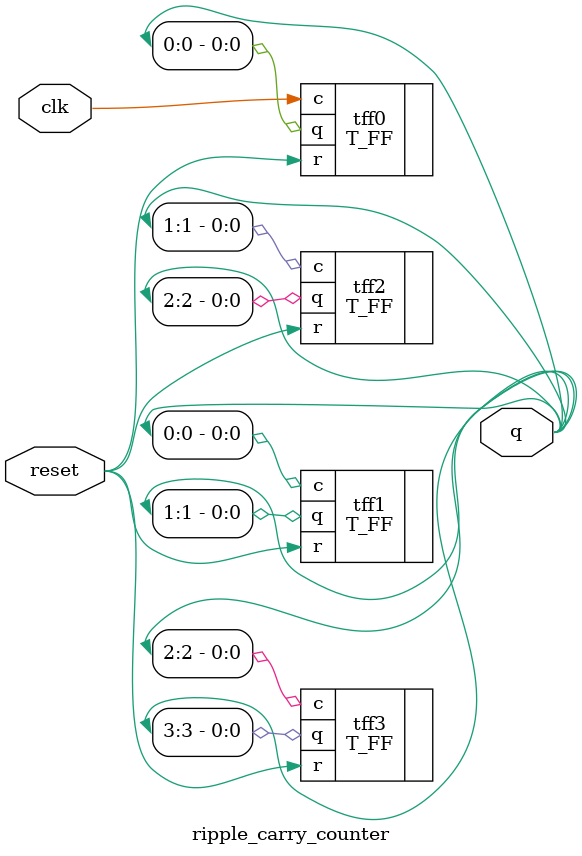
<source format=v>
module ripple_carry_counter
(
input clk,reset,
output[3:0] q


);


T_FF tff0
(
.c(clk),
.r(reset),
.q(q[0])

);



T_FF tff1
(
.c(q[0]),
.r(reset),
.q(q[1])

);



T_FF tff2
(
.c(q[1]),
.r(reset),
.q(q[2])

);



T_FF tff3
(
.c(q[2]),
.r(reset),
.q(q[3])

);
endmodule
</source>
